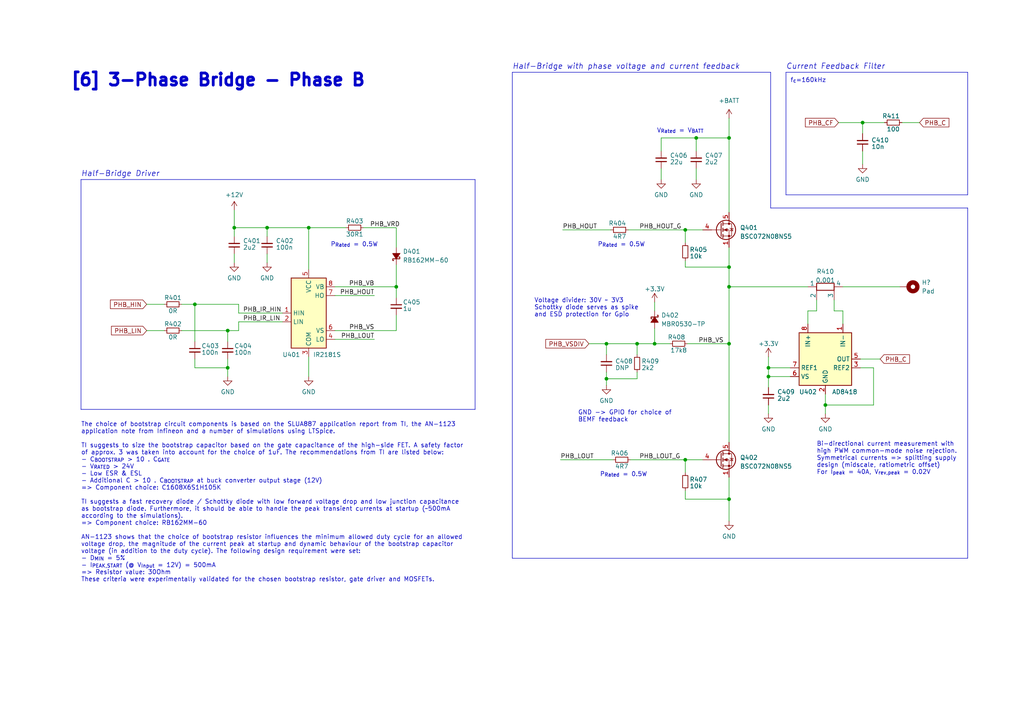
<source format=kicad_sch>
(kicad_sch (version 20230121) (generator eeschema)
  (paper "A4")
  (title_block (title "3-Phase Bridge - Phase B") (date "2023-11-24") (rev "1.0"))
  (lib_symbols
    (symbol "Amplifier_Current:AD8418"
      (property "Reference" "U" (at -7.62 10.795 0))
      (property "Value" "AD8418" (at -7.62 8.89 0))
      (symbol "AD8418_0_1"
        (rectangle (start -7.62 7.62) (end 7.62 -7.62) (stroke (width 0.254)) (fill (type background)))
      )
      (symbol "AD8418_1_1"
        (pin input line (at 5.08 10.16 270) (length 2.54) (name "IN-") (number "1"))
        (pin power_in line (at 0 -10.16 90) (length 2.54) (name "GND") (number "2"))
        (pin input line (at 10.16 -2.54 180) (length 2.54) (name "REF2") (number "3"))
        (pin no_connect line (at 2.54 -7.62 90) (length 2.54) hide (name "NC") (number "4"))
        (pin output line (at 10.16 0 180) (length 2.54) (name "OUT") (number "5"))
        (pin power_in line (at -10.16 -5.08 0) (length 2.54) (name "VS") (number "6"))
        (pin input line (at -10.16 -2.54 0) (length 2.54) (name "REF1") (number "7"))
        (pin input line (at -5.08 10.16 270) (length 2.54) (name "IN+") (number "8"))
      )
    )
    (symbol "Device:C_Small" (pin_numbers hide) (pin_names (offset 0.254) hide)
      (property "Reference" "C" (at 0.254 1.778 0))
      (property "Value" "C_Small" (at 0.254 -2.032 0))
      (symbol "C_Small_0_1"
        (polyline (pts (xy -1.524 -0.508) (xy 1.524 -0.508)) (stroke (width 0.3302)))
        (polyline (pts (xy -1.524 0.508) (xy 1.524 0.508)) (stroke (width 0.3048)))
      )
      (symbol "C_Small_1_1"
        (pin passive line (at 0 2.54 270) (length 2.032) (name "~") (number "1"))
        (pin passive line (at 0 -2.54 90) (length 2.032) (name "~") (number "2"))
      )
    )
    (symbol "Device:D_Schottky_Small_Filled" (pin_numbers hide) (pin_names (offset 0.254) hide)
      (property "Reference" "D" (at -1.27 2.032 0))
      (property "Value" "D_Schottky_Small_Filled" (at -7.112 -2.032 0))
      (symbol "D_Schottky_Small_Filled_0_1"
        (polyline (pts (xy -0.762 0) (xy 0.762 0)))
        (polyline (pts (xy 0.762 -1.016) (xy -0.762 0) (xy 0.762 1.016) (xy 0.762 -1.016)) (stroke (width 0.254)) (fill (type outline)))
        (polyline (pts (xy -1.27 0.762) (xy -1.27 1.016) (xy -0.762 1.016) (xy -0.762 -1.016) (xy -0.254 -1.016) (xy -0.254 -0.762)) (stroke (width 0.254)))
      )
      (symbol "D_Schottky_Small_Filled_1_1"
        (pin passive line (at -2.54 0 0) (length 1.778) (name "K") (number "1"))
        (pin passive line (at 2.54 0 180) (length 1.778) (name "A") (number "2"))
      )
    )
    (symbol "Device:R_Shunt" (pin_numbers hide) (pin_names (offset 0))
      (property "Reference" "R" (at -4.445 0 90))
      (property "Value" "R_Shunt" (at -2.54 0 90))
      (symbol "R_Shunt_0_1"
        (rectangle (start -1.016 -2.54) (end 1.016 2.54) (stroke (width 0.254)))
        (polyline (pts (xy 0 -2.54) (xy 1.27 -2.54)))
        (polyline (pts (xy 1.27 2.54) (xy 0 2.54)))
      )
      (symbol "R_Shunt_1_1"
        (pin passive line (at 0 5.08 270) (length 2.54) (name "1") (number "1"))
        (pin passive line (at 3.81 2.54 180) (length 2.54) (name "2") (number "2"))
        (pin passive line (at 3.81 -2.54 180) (length 2.54) (name "3") (number "3"))
        (pin passive line (at 0 -5.08 90) (length 2.54) (name "4") (number "4"))
      )
    )
    (symbol "Device:R_Small" (pin_numbers hide) (pin_names (offset 0.254) hide)
      (property "Reference" "R" (at 0.762 0.508 0))
      (property "Value" "R_Small" (at 0.762 -1.016 0))
      (symbol "R_Small_0_1"
        (rectangle (start -0.762 1.778) (end 0.762 -1.778) (stroke (width 0.2032)))
      )
      (symbol "R_Small_1_1"
        (pin passive line (at 0 2.54 270) (length 0.762) (name "~") (number "1"))
        (pin passive line (at 0 -2.54 90) (length 0.762) (name "~") (number "2"))
      )
    )
    (symbol "Driver_FET:IR2181"
      (property "Reference" "U" (at 1.27 13.335 0))
      (property "Value" "IR2181" (at 1.27 11.43 0))
      (symbol "IR2181_0_1"
        (rectangle (start -5.08 -10.16) (end 5.08 10.16) (stroke (width 0.254)) (fill (type background)))
      )
      (symbol "IR2181_1_1"
        (pin input line (at -7.62 0 0) (length 2.54) (name "HIN") (number "1"))
        (pin input line (at -7.62 -2.54 0) (length 2.54) (name "LIN") (number "2"))
        (pin power_in line (at 0 -12.7 90) (length 2.54) (name "COM") (number "3"))
        (pin output line (at 7.62 -7.62 180) (length 2.54) (name "LO") (number "4"))
        (pin power_in line (at 0 12.7 270) (length 2.54) (name "VCC") (number "5"))
        (pin passive line (at 7.62 -5.08 180) (length 2.54) (name "VS") (number "6"))
        (pin output line (at 7.62 5.08 180) (length 2.54) (name "HO") (number "7"))
        (pin passive line (at 7.62 7.62 180) (length 2.54) (name "VB") (number "8"))
      )
    )
    (symbol "Mechanical:MountingHole_Pad" (pin_numbers hide) (pin_names (offset 1.016) hide)
      (property "Reference" "H" (at 0 6.35 0))
      (property "Value" "MountingHole_Pad" (at 0 4.445 0))
      (symbol "MountingHole_Pad_0_1"
        (circle (center 0 1.27) (radius 1.27) (stroke (width 1.27)))
      )
      (symbol "MountingHole_Pad_1_1"
        (pin input line (at 0 -2.54 90) (length 2.54) (name "1") (number "1"))
      )
    )
    (symbol "Transistor_FET:BSC072N08NS5" (pin_names hide)
      (property "Reference" "Q" (at 5.08 1.905 0))
      (property "Value" "BSC072N08NS5" (at 5.08 0 0))
      (symbol "BSC072N08NS5_0_1"
        (polyline (pts (xy 0.254 0) (xy -2.54 0)))
        (polyline (pts (xy 0.254 1.905) (xy 0.254 -1.905)) (stroke (width 0.254)))
        (polyline (pts (xy 0.762 -1.27) (xy 0.762 -2.286)) (stroke (width 0.254)))
        (polyline (pts (xy 0.762 0.508) (xy 0.762 -0.508)) (stroke (width 0.254)))
        (polyline (pts (xy 0.762 2.286) (xy 0.762 1.27)) (stroke (width 0.254)))
        (polyline (pts (xy 2.54 2.54) (xy 2.54 1.778)))
        (polyline (pts (xy 2.54 -2.54) (xy 2.54 0) (xy 0.762 0)))
        (polyline (pts (xy 0.762 -1.778) (xy 3.302 -1.778) (xy 3.302 1.778) (xy 0.762 1.778)))
        (polyline (pts (xy 1.016 0) (xy 2.032 0.381) (xy 2.032 -0.381) (xy 1.016 0)) (fill (type outline)))
        (polyline (pts (xy 2.794 0.508) (xy 2.921 0.381) (xy 3.683 0.381) (xy 3.81 0.254)))
        (polyline (pts (xy 3.302 0.381) (xy 2.921 -0.254) (xy 3.683 -0.254) (xy 3.302 0.381)))
        (circle (center 1.651 0) (radius 2.794) (stroke (width 0.254)))
        (circle (center 2.54 -1.778) (radius 0.254) (fill (type outline)))
        (circle (center 2.54 1.778) (radius 0.254) (fill (type outline)))
      )
      (symbol "BSC072N08NS5_1_1"
        (pin passive line (at 2.54 -5.08 90) (length 2.54) (name "S") (number "1"))
        (pin passive line (at 2.54 -5.08 90) (length 2.54) hide (name "S") (number "2"))
        (pin passive line (at 2.54 -5.08 90) (length 2.54) hide (name "S") (number "3"))
        (pin passive line (at -5.08 0 0) (length 2.54) (name "G") (number "4"))
        (pin passive line (at 2.54 5.08 270) (length 2.54) (name "D") (number "5"))
      )
    )
    (symbol "power:+12V" (power) (pin_names (offset 0))
      (property "Value" "+12V" (at 0 3.556 0))
      (symbol "+12V_0_1"
        (polyline (pts (xy -0.762 1.27) (xy 0 2.54)))
        (polyline (pts (xy 0 0) (xy 0 2.54)))
        (polyline (pts (xy 0 2.54) (xy 0.762 1.27)))
      )
      (symbol "+12V_1_1"
        (pin power_in line (at 0 0 90) (length 0) hide (name "+12V") (number "1"))
      )
    )
    (symbol "power:+3.3V" (power) (pin_names (offset 0))
      (property "Value" "+3.3V" (at 0 3.556 0))
      (symbol "+3.3V_0_1"
        (polyline (pts (xy -0.762 1.27) (xy 0 2.54)))
        (polyline (pts (xy 0 0) (xy 0 2.54)))
        (polyline (pts (xy 0 2.54) (xy 0.762 1.27)))
      )
      (symbol "+3.3V_1_1"
        (pin power_in line (at 0 0 90) (length 0) hide (name "+3.3V") (number "1"))
      )
    )
    (symbol "power:+BATT" (power) (pin_names (offset 0))
      (property "Value" "+BATT" (at 0 3.556 0))
      (symbol "+BATT_0_1"
        (polyline (pts (xy -0.762 1.27) (xy 0 2.54)))
        (polyline (pts (xy 0 0) (xy 0 2.54)))
        (polyline (pts (xy 0 2.54) (xy 0.762 1.27)))
      )
      (symbol "+BATT_1_1"
        (pin power_in line (at 0 0 90) (length 0) hide (name "+BATT") (number "1"))
      )
    )
    (symbol "power:GND" (power) (pin_names (offset 0))
      (property "Value" "GND" (at 0 -3.81 0))
      (symbol "GND_0_1"
        (polyline (pts (xy 0 0) (xy 0 -1.27) (xy 1.27 -1.27) (xy 0 -2.54) (xy -1.27 -1.27) (xy 0 -1.27)))
      )
      (symbol "GND_1_1"
        (pin power_in line (at 0 0 270) (length 0) hide (name "GND") (number "1"))
      )
    )
  )
  (junction (at 189.865 99.695))
  (junction (at 211.455 99.695))
  (junction (at 222.885 109.22))
  (junction (at 66.04 106.68))
  (junction (at 198.755 133.35))
  (junction (at 56.515 88.265))
  (junction (at 114.935 83.185))
  (junction (at 211.455 83.185))
  (junction (at 66.04 95.885))
  (junction (at 89.535 66.04))
  (junction (at 211.455 40.005))
  (junction (at 222.885 106.68))
  (junction (at 175.895 99.695))
  (junction (at 184.785 99.695))
  (junction (at 239.395 117.475))
  (junction (at 77.47 66.04))
  (junction (at 211.455 144.78))
  (junction (at 175.895 109.855))
  (junction (at 250.19 35.56))
  (junction (at 198.755 66.675))
  (junction (at 211.455 77.47))
  (junction (at 67.945 66.04))
  (junction (at 201.93 40.005))
  (wire (pts (xy 236.855 90.17) (xy 236.855 86.995)))
  (wire (pts (xy 42.545 95.885) (xy 47.625 95.885)))
  (wire (pts (xy 198.755 133.35) (xy 198.755 137.16)))
  (polyline (pts (xy 137.795 52.07) (xy 23.495 52.07)))
  (wire (pts (xy 250.19 38.735) (xy 250.19 35.56)))
  (polyline (pts (xy 280.67 161.925) (xy 148.59 161.925)))
  (wire (pts (xy 222.885 106.68) (xy 229.235 106.68)))
  (wire (pts (xy 211.455 34.29) (xy 211.455 40.005)))
  (wire (pts (xy 163.195 66.675) (xy 177.165 66.675)))
  (wire (pts (xy 198.755 133.35) (xy 203.835 133.35)))
  (wire (pts (xy 105.41 66.04) (xy 114.935 66.04)))
  (polyline (pts (xy 227.965 20.955) (xy 227.965 56.515)))
  (wire (pts (xy 114.935 83.185) (xy 114.935 86.36)))
  (wire (pts (xy 114.935 76.835) (xy 114.935 83.185)))
  (wire (pts (xy 42.545 88.265) (xy 47.625 88.265)))
  (wire (pts (xy 211.455 144.78) (xy 211.455 138.43)))
  (polyline (pts (xy 23.495 52.07) (xy 23.495 118.745)))
  (wire (pts (xy 241.935 86.995) (xy 241.935 90.17)))
  (wire (pts (xy 191.77 48.895) (xy 191.77 52.07)))
  (wire (pts (xy 77.47 66.04) (xy 89.535 66.04)))
  (wire (pts (xy 77.47 66.04) (xy 77.47 68.58)))
  (wire (pts (xy 211.455 40.005) (xy 211.455 61.595)))
  (wire (pts (xy 249.555 104.14) (xy 255.27 104.14)))
  (polyline (pts (xy 137.795 118.745) (xy 137.795 52.07)))
  (wire (pts (xy 211.455 99.695) (xy 211.455 128.27)))
  (wire (pts (xy 97.155 83.185) (xy 114.935 83.185)))
  (wire (pts (xy 211.455 71.755) (xy 211.455 77.47)))
  (wire (pts (xy 198.755 75.565) (xy 198.755 77.47)))
  (wire (pts (xy 175.895 99.695) (xy 184.785 99.695)))
  (wire (pts (xy 175.895 107.95) (xy 175.895 109.855)))
  (wire (pts (xy 162.56 133.35) (xy 177.8 133.35)))
  (wire (pts (xy 198.755 66.675) (xy 198.755 70.485)))
  (wire (pts (xy 189.865 95.25) (xy 189.865 99.695)))
  (wire (pts (xy 66.04 95.885) (xy 66.04 99.06)))
  (wire (pts (xy 67.945 73.66) (xy 67.945 76.2)))
  (wire (pts (xy 97.155 95.885) (xy 114.935 95.885)))
  (wire (pts (xy 175.895 102.87) (xy 175.895 99.695)))
  (wire (pts (xy 250.19 35.56) (xy 256.54 35.56)))
  (wire (pts (xy 175.895 109.855) (xy 184.785 109.855)))
  (wire (pts (xy 67.945 66.04) (xy 67.945 68.58)))
  (wire (pts (xy 114.935 95.885) (xy 114.935 91.44)))
  (wire (pts (xy 199.39 99.695) (xy 211.455 99.695)))
  (wire (pts (xy 198.755 144.78) (xy 211.455 144.78)))
  (wire (pts (xy 211.455 83.185) (xy 234.315 83.185)))
  (wire (pts (xy 201.93 40.005) (xy 211.455 40.005)))
  (wire (pts (xy 191.77 43.815) (xy 191.77 40.005)))
  (wire (pts (xy 241.935 90.17) (xy 244.475 90.17)))
  (wire (pts (xy 77.47 73.66) (xy 77.47 76.2)))
  (wire (pts (xy 234.315 90.17) (xy 236.855 90.17)))
  (polyline (pts (xy 223.52 60.325) (xy 223.52 20.955)))
  (polyline (pts (xy 227.965 56.515) (xy 280.67 56.515)))
  (wire (pts (xy 89.535 66.04) (xy 89.535 78.105)))
  (wire (pts (xy 243.205 35.56) (xy 250.19 35.56)))
  (wire (pts (xy 234.315 93.98) (xy 234.315 90.17)))
  (wire (pts (xy 198.755 66.675) (xy 203.835 66.675)))
  (wire (pts (xy 182.88 133.35) (xy 198.755 133.35)))
  (wire (pts (xy 191.77 40.005) (xy 201.93 40.005)))
  (wire (pts (xy 198.755 142.24) (xy 198.755 144.78)))
  (wire (pts (xy 69.215 90.805) (xy 81.915 90.805)))
  (wire (pts (xy 52.705 95.885) (xy 66.04 95.885)))
  (polyline (pts (xy 148.59 20.955) (xy 148.59 161.925)))
  (wire (pts (xy 184.785 99.695) (xy 189.865 99.695)))
  (wire (pts (xy 222.885 109.22) (xy 222.885 106.68)))
  (wire (pts (xy 66.04 95.885) (xy 69.215 95.885)))
  (polyline (pts (xy 23.495 118.745) (xy 137.795 118.745)))
  (wire (pts (xy 222.885 109.22) (xy 222.885 112.395)))
  (polyline (pts (xy 280.67 56.515) (xy 280.67 20.955)))
  (wire (pts (xy 229.235 109.22) (xy 222.885 109.22)))
  (wire (pts (xy 89.535 103.505) (xy 89.535 109.22)))
  (wire (pts (xy 69.215 88.265) (xy 69.215 90.805)))
  (wire (pts (xy 69.215 93.345) (xy 69.215 95.885)))
  (wire (pts (xy 56.515 104.14) (xy 56.515 106.68)))
  (wire (pts (xy 56.515 88.265) (xy 69.215 88.265)))
  (wire (pts (xy 222.885 103.505) (xy 222.885 106.68)))
  (wire (pts (xy 239.395 117.475) (xy 253.365 117.475)))
  (wire (pts (xy 253.365 106.68) (xy 253.365 117.475)))
  (wire (pts (xy 175.895 109.855) (xy 175.895 111.76)))
  (wire (pts (xy 201.93 40.005) (xy 201.93 43.815)))
  (wire (pts (xy 189.865 99.695) (xy 194.31 99.695)))
  (wire (pts (xy 184.785 99.695) (xy 184.785 102.87)))
  (wire (pts (xy 222.885 117.475) (xy 222.885 120.015)))
  (wire (pts (xy 201.93 48.895) (xy 201.93 52.07)))
  (wire (pts (xy 184.785 107.95) (xy 184.785 109.855)))
  (polyline (pts (xy 280.67 20.955) (xy 227.965 20.955)))
  (polyline (pts (xy 280.67 161.925) (xy 280.67 60.325)))
  (wire (pts (xy 69.215 93.345) (xy 81.915 93.345)))
  (wire (pts (xy 198.755 77.47) (xy 211.455 77.47)))
  (wire (pts (xy 67.945 60.96) (xy 67.945 66.04)))
  (wire (pts (xy 211.455 144.78) (xy 211.455 151.13)))
  (wire (pts (xy 211.455 83.185) (xy 211.455 99.695)))
  (wire (pts (xy 249.555 106.68) (xy 253.365 106.68)))
  (wire (pts (xy 250.19 43.815) (xy 250.19 47.625)))
  (wire (pts (xy 67.945 66.04) (xy 77.47 66.04)))
  (wire (pts (xy 261.62 35.56) (xy 266.7 35.56)))
  (wire (pts (xy 66.04 104.14) (xy 66.04 106.68)))
  (wire (pts (xy 170.815 99.695) (xy 175.895 99.695)))
  (wire (pts (xy 56.515 106.68) (xy 66.04 106.68)))
  (wire (pts (xy 89.535 66.04) (xy 100.33 66.04)))
  (wire (pts (xy 66.04 106.68) (xy 66.04 109.22)))
  (wire (pts (xy 52.705 88.265) (xy 56.515 88.265)))
  (wire (pts (xy 97.155 85.725) (xy 108.585 85.725)))
  (wire (pts (xy 239.395 117.475) (xy 239.395 120.015)))
  (wire (pts (xy 182.245 66.675) (xy 198.755 66.675)))
  (wire (pts (xy 239.395 114.3) (xy 239.395 117.475)))
  (wire (pts (xy 244.475 83.185) (xy 260.985 83.185)))
  (wire (pts (xy 189.865 87.63) (xy 189.865 90.17)))
  (wire (pts (xy 244.475 90.17) (xy 244.475 93.98)))
  (polyline (pts (xy 223.52 20.955) (xy 148.59 20.955)))
  (wire (pts (xy 97.155 98.425) (xy 108.585 98.425)))
  (wire (pts (xy 211.455 77.47) (xy 211.455 83.185)))
  (wire (pts (xy 114.935 66.04) (xy 114.935 71.755)))
  (polyline (pts (xy 280.67 60.325) (xy 223.52 60.325)))
  (wire (pts (xy 56.515 88.265) (xy 56.515 99.06)))
  (text "Current Feedback Filter" (at 227.965 20.32 0) (effects (font (size 1.6 1.6) italic) (justify left bottom)))
  (text "The choice of bootstrap circuit components is based on the SLUA887 application report from TI, the AN-1123 \napplication note from Infineon and a number of simulations using LTSpice.\n\nTI suggests to size the bootstrap capacitor based on the gate capacitance of the high-side FET. A safety factor\nof approx. 3 was taken into account for the choice of 1uF. The recommendations from TI are listed below:\n- C_{BOOTSTRAP} > 10 . C_{GATE}\n- V_{RATED} > 24V\n- Low ESR & ESL\n- Additional C > 10 . C_{BOOTSTRAP} at buck converter output stage (12V)\n=> Component choice: C1608X6S1H105K\n\nTI suggests a fast recovery diode / Schottky diode with low forward voltage drop and low junction capacitance\nas bootstrap diode. Furthermore, it should be able to handle the peak transient currents at startup (~500mA\naccording to the simulations).\n=> Component choice: RB162MM-60\n\nAN-1123 shows that the choice of bootstrap resistor influences the minimum allowed duty cycle for an allowed\nvoltage drop, the magnitude of the current peak at startup and dynamic behaviour of the bootstrap capacitor\nvoltage (in addition to the duty cycle). The following design requirement were set:\n- D_{MIN} = 5%\n- I_{PEAK,START} (@ V_{Input} = 12V) = 500mA\n=> Resistor value: 30Ohm\nThese criteria were experimentally validated for the chosen bootstrap resistor, gate driver and MOSFETs." (at 23.495 168.91 0) (effects (font (size 1.27 1.27)) (justify left bottom)))
  (text "Voltage divider: 30V ~ 3V3\nSchottky diode serves as spike\nand ESD protection for Gpio" (at 154.94 92.075 0) (effects (font (size 1.27 1.27)) (justify left bottom)))
  (text "P_{Rated} = 0.5W\n" (at 173.99 138.43 0) (effects (font (size 1.27 1.27)) (justify left bottom)))
  (text "P_{Rated} = 0.5W\n" (at 173.355 71.755 0) (effects (font (size 1.27 1.27)) (justify left bottom)))
  (text "V_{Rated} = V_{BATT}" (at 190.5 38.735 0) (effects (font (size 1.27 1.27)) (justify left bottom)))
  (text "Half-Bridge with phase voltage and current feedback" (at 148.59 20.32 0) (effects (font (size 1.6 1.6) italic) (justify left bottom)))
  (text "P_{Rated} = 0.5W\n" (at 95.885 71.755 0) (effects (font (size 1.27 1.27)) (justify left bottom)))
  (text "f_{c}=160kHz" (at 229.235 24.13 0) (effects (font (size 1.27 1.27)) (justify left bottom)))
  (text "GND -> GPIO for choice of\nBEMF feedback" (at 167.64 122.555 0) (effects (font (size 1.27 1.27)) (justify left bottom)))
  (text "[6] 3-Phase Bridge - Phase B" (at 20.32 25.4 0) (effects (font (size 3.5 3.5) (thickness 0.8) bold) (justify left bottom)))
  (text "Bi-directional current measurement with\nhigh PWM common-mode noise rejection.\nSymmetrical currents => splitting supply\ndesign (midscale, ratiometric offset)\nFor I_{peak} = 40A, V_{rev,peak} = 0.02V" (at 236.855 137.795 0) (effects (font (size 1.27 1.27)) (justify left bottom)))
  (text "Half-Bridge Driver" (at 23.495 51.435 0) (effects (font (size 1.6 1.6) italic) (justify left bottom)))
  (label "PHB_VS" (at 202.565 99.695 0))
  (label "PHB_LOUT_G" (at 185.42 133.35 0))
  (label "PHB_LOUT" (at 108.585 98.425 180))
  (label "PHB_IR_LIN" (at 70.485 93.345 0))
  (label "PHB_VS" (at 108.585 95.885 180))
  (label "PHB_HOUT" (at 108.585 85.725 180))
  (label "PHB_HOUT_G" (at 185.42 66.675 0))
  (label "PHB_LOUT" (at 162.56 133.35 0))
  (label "PHB_VB" (at 108.585 83.185 180))
  (label "PHB_HOUT" (at 163.195 66.675 0))
  (label "PHB_IR_HIN" (at 70.485 90.805 0))
  (label "PHB_VRD" (at 107.315 66.04 0))
  (global_label "PHB_C" (shape input) (at 255.27 104.14 0) (property "Intersheetrefs" "${INTERSHEET_REFS}" (effects hide)))
  (global_label "PHB_C" (shape input) (at 266.7 35.56 0) (property "Intersheetrefs" "${INTERSHEET_REFS}" (effects hide)))
  (global_label "PHB_HIN" (shape input) (at 42.545 88.265 180) (property "Intersheetrefs" "${INTERSHEET_REFS}" (effects hide)))
  (global_label "PHB_LIN" (shape input) (at 42.545 95.885 180) (property "Intersheetrefs" "${INTERSHEET_REFS}" (effects hide)))
  (global_label "PHB_CF" (shape input) (at 243.205 35.56 180) (property "Intersheetrefs" "${INTERSHEET_REFS}" (effects hide)))
  (global_label "PHB_VSDIV" (shape input) (at 170.815 99.695 180) (property "Intersheetrefs" "${INTERSHEET_REFS}" (effects hide)))
  (symbol (lib_id "power:+12V") (at 67.945 60.96 0) (unit 1)
    (property "Reference" "#PWR0124" (effects hide))
    (property "Value" "+12V" (at 67.945 56.515 0))
    (instances (project "ESC_R1" (path "" (reference "#PWR0124") (unit 1)) (path "" (reference "#PWR023") (unit 1)) (path "" (reference "#PWR038") (unit 1))))
  )
  (symbol (lib_id "Device:C_Small") (at 175.895 105.41 180) (unit 1)
    (property "Reference" "C408" (at 178.435 104.775 0) (effects (justify right)))
    (property "Value" "DNP" (at 178.435 106.68 0) (effects (justify right)))
    (property "Footprint" "Capacitor_SMD:C_0402_1005Metric_Pad0.74x0.62mm_HandSolder" (effects hide))
    (instances (project "ESC_R1" (path "" (reference "C408") (unit 1)) (path "" (reference "C608") (unit 1)) (path "" (reference "C17") (unit 1))))
  )
  (symbol (lib_id "power:+BATT") (at 211.455 34.29 0) (unit 1)
    (property "Reference" "#PWR?" (effects hide))
    (property "Value" "+BATT" (at 211.455 29.21 0))
    (instances (project "ESC_R1" (path "" (reference "#PWR?") (unit 1)) (path "" (reference "#PWR031") (unit 1)) (path "" (reference "#PWR046") (unit 1))))
  )
  (symbol (lib_id "Device:D_Schottky_Small_Filled") (at 114.935 74.295 90) (unit 1)
    (property "Reference" "D401" (at 116.84 73.66 90) (effects (justify right top)))
    (property "Value" "RB162MM-60" (at 116.84 76.2 90) (effects (justify right top)))
    (property "Footprint" "Diode_SMD:D_SOD-123F" (effects hide))
    (instances (project "ESC_R1" (path "" (reference "D401") (unit 1)) (path "" (reference "D601") (unit 1)) (path "" (reference "D4") (unit 1))))
  )
  (symbol (lib_id "power:GND") (at 222.885 120.015 0) (unit 1)
    (property "Reference" "#PWR?" (effects hide))
    (property "Value" "GND" (at 222.885 124.46 0))
    (instances (project "ESC_R1" (path "" (reference "#PWR?") (unit 1)) (path "" (reference "#PWR034") (unit 1)) (path "" (reference "#PWR049") (unit 1))))
  )
  (symbol (lib_id "power:GND") (at 201.93 52.07 0) (unit 1)
    (property "Reference" "#PWR?" (effects hide))
    (property "Value" "GND" (at 201.93 56.515 0))
    (instances (project "ESC_R1" (path "" (reference "#PWR?") (unit 1)) (path "" (reference "#PWR030") (unit 1)) (path "" (reference "#PWR045") (unit 1))))
  )
  (symbol (lib_id "power:GND") (at 66.04 109.22 0) (unit 1)
    (property "Reference" "#PWR0123" (effects hide))
    (property "Value" "GND" (at 66.04 113.665 0))
    (instances (project "ESC_R1" (path "" (reference "#PWR0123") (unit 1)) (path "" (reference "#PWR022") (unit 1)) (path "" (reference "#PWR037") (unit 1))))
  )
  (symbol (lib_id "power:+3.3V") (at 222.885 103.505 0) (unit 1)
    (property "Reference" "#PWR?" (effects hide))
    (property "Value" "+3.3V" (at 222.885 99.695 0))
    (instances (project "ESC_R1" (path "" (reference "#PWR?") (unit 1)) (path "" (reference "#PWR033") (unit 1)) (path "" (reference "#PWR048") (unit 1))))
  )
  (symbol (lib_id "Device:C_Small") (at 191.77 46.355 180) (unit 1)
    (property "Reference" "C406" (at 194.31 45.085 0) (effects (justify right)))
    (property "Value" "22u" (at 194.31 46.99 0) (effects (justify right)))
    (property "Footprint" "Capacitor_SMD:C_0603_1608Metric_Pad1.08x0.95mm_HandSolder" (effects hide))
    (instances (project "ESC_R1" (path "" (reference "C406") (unit 1)) (path "" (reference "C606") (unit 1)) (path "" (reference "C18") (unit 1))))
  )
  (symbol (lib_id "Device:C_Small") (at 201.93 46.355 180) (unit 1)
    (property "Reference" "C407" (at 204.47 45.085 0) (effects (justify right)))
    (property "Value" "2u2" (at 204.47 46.99 0) (effects (justify right)))
    (property "Footprint" "Capacitor_SMD:C_0603_1608Metric_Pad1.08x0.95mm_HandSolder" (effects hide))
    (instances (project "ESC_R1" (path "" (reference "C407") (unit 1)) (path "" (reference "C607") (unit 1)) (path "" (reference "C19") (unit 1))))
  )
  (symbol (lib_id "Device:C_Small") (at 250.19 41.275 180) (unit 1)
    (property "Reference" "C410" (at 252.73 40.64 0) (effects (justify right)))
    (property "Value" "10n" (at 252.73 42.545 0) (effects (justify right)))
    (property "Footprint" "Capacitor_SMD:C_0402_1005Metric_Pad0.74x0.62mm_HandSolder" (effects hide))
    (instances (project "ESC_R1" (path "" (reference "C410") (unit 1)) (path "" (reference "C610") (unit 1)) (path "" (reference "C21") (unit 1))))
  )
  (symbol (lib_id "Device:R_Small") (at 50.165 88.265 90) (unit 1)
    (property "Reference" "R401" (at 50.165 86.36 90))
    (property "Value" "0R" (at 50.165 90.17 90))
    (property "Footprint" "Resistor_SMD:R_0402_1005Metric_Pad0.72x0.64mm_HandSolder" (effects hide))
    (instances (project "ESC_R1" (path "" (reference "R401") (unit 1)) (path "" (reference "R601") (unit 1)) (path "" (reference "R14") (unit 1))))
  )
  (symbol (lib_id "Device:R_Small") (at 184.785 105.41 0) (unit 1)
    (property "Reference" "R409" (at 186.055 104.775 0) (effects (justify left)))
    (property "Value" "2k2" (at 186.055 106.68 0) (effects (justify left)))
    (property "Footprint" "Resistor_SMD:R_0402_1005Metric_Pad0.72x0.64mm_HandSolder" (effects hide))
    (instances (project "ESC_R1" (path "" (reference "R409") (unit 1)) (path "" (reference "R609") (unit 1)) (path "" (reference "R19") (unit 1))))
  )
  (symbol (lib_id "power:GND") (at 67.945 76.2 0) (unit 1)
    (property "Reference" "#PWR0121" (effects hide))
    (property "Value" "GND" (at 67.945 80.645 0))
    (instances (project "ESC_R1" (path "" (reference "#PWR0121") (unit 1)) (path "" (reference "#PWR024") (unit 1)) (path "" (reference "#PWR039") (unit 1))))
  )
  (symbol (lib_id "Transistor_FET:BSC072N08NS5") (at 208.915 66.675 0) (unit 1)
    (property "Reference" "Q401" (at 214.63 66.04 0) (effects (justify left)))
    (property "Value" "BSC072N08NS5" (at 214.63 68.58 0) (effects (justify left)))
    (property "Footprint" "Package_TO_SOT_SMD:TDSON-8-1" (effects hide))
    (property "Datasheet" "http://www.infineon.com/dgdl/Infineon-BSC072N08NS5-DS-v02_00-EN.pdf?fileId=5546d4624ad04ef9014ae3d8e8192c7c" (effects hide))
    (instances (project "ESC_R1" (path "" (reference "Q401") (unit 1)) (path "" (reference "Q601") (unit 1)) (path "" (reference "Q3") (unit 1))))
  )
  (symbol (lib_id "Device:C_Small") (at 56.515 101.6 0) (unit 1)
    (property "Reference" "C403" (at 58.42 100.33 0) (effects (justify left)))
    (property "Value" "100n" (at 58.42 102.235 0) (effects (justify left)))
    (property "Footprint" "Capacitor_SMD:C_0402_1005Metric_Pad0.74x0.62mm_HandSolder" (effects hide))
    (instances (project "ESC_R1" (path "" (reference "C403") (unit 1)) (path "" (reference "C603") (unit 1)) (path "" (reference "C12") (unit 1))))
  )
  (symbol (lib_id "power:GND") (at 89.535 109.22 0) (unit 1)
    (property "Reference" "#PWR0122" (effects hide))
    (property "Value" "GND" (at 89.535 113.665 0))
    (instances (project "ESC_R1" (path "" (reference "#PWR0122") (unit 1)) (path "" (reference "#PWR026") (unit 1)) (path "" (reference "#PWR041") (unit 1))))
  )
  (symbol (lib_id "power:GND") (at 239.395 120.015 0) (unit 1)
    (property "Reference" "#PWR?" (effects hide))
    (property "Value" "GND" (at 239.395 124.46 0))
    (instances (project "ESC_R1" (path "" (reference "#PWR?") (unit 1)) (path "" (reference "#PWR035") (unit 1)) (path "" (reference "#PWR050") (unit 1))))
  )
  (symbol (lib_id "power:GND") (at 211.455 151.13 0) (unit 1)
    (property "Reference" "#PWR?" (effects hide))
    (property "Value" "GND" (at 211.455 155.575 0))
    (instances (project "ESC_R1" (path "" (reference "#PWR?") (unit 1)) (path "" (reference "#PWR032") (unit 1)) (path "" (reference "#PWR047") (unit 1))))
  )
  (symbol (lib_id "Device:C_Small") (at 67.945 71.12 180) (unit 1)
    (property "Reference" "C401" (at 70.485 69.85 0) (effects (justify right)))
    (property "Value" "2u2" (at 70.485 71.755 0) (effects (justify right)))
    (property "Footprint" "Capacitor_SMD:C_0603_1608Metric_Pad1.08x0.95mm_HandSolder" (effects hide))
    (instances (project "ESC_R1" (path "" (reference "C401") (unit 1)) (path "" (reference "C601") (unit 1)) (path "" (reference "C14") (unit 1))))
  )
  (symbol (lib_id "Device:R_Small") (at 196.85 99.695 90) (unit 1)
    (property "Reference" "R408" (at 196.215 97.79 90))
    (property "Value" "17k8" (at 196.85 101.6 90))
    (property "Footprint" "Resistor_SMD:R_0402_1005Metric_Pad0.72x0.64mm_HandSolder" (effects hide))
    (instances (project "ESC_R1" (path "" (reference "R408") (unit 1)) (path "" (reference "R608") (unit 1)) (path "" (reference "R20") (unit 1))))
  )
  (symbol (lib_id "Mechanical:MountingHole_Pad") (at 263.525 83.185 270) (unit 1)
    (property "Reference" "H?" (at 267.335 81.9149 90) (effects (justify left)))
    (property "Value" "Pad" (at 267.335 84.455 90) (effects (justify left)))
    (instances (project "ESC_R1" (path "" (reference "H?") (unit 1)) (path "" (reference "H1") (unit 1)) (path "" (reference "H2") (unit 1))))
  )
  (symbol (lib_id "Device:R_Shunt") (at 239.395 83.185 90) (mirror x) (unit 1)
    (property "Reference" "R410" (at 239.395 78.74 90))
    (property "Value" "0.001" (at 239.395 81.28 90))
    (property "Footprint" "Resistor_SMD:R_2512_6332Metric" (effects hide))
    (property "Link" "https://www.digikey.de/en/products/detail/bourns-inc/CSS2H-2512R-1L00F/6023764" (effects hide))
    (instances (project "ESC_R1" (path "" (reference "R410") (unit 1)) (path "" (reference "R610") (unit 1)) (path "" (reference "R23") (unit 1))))
  )
  (symbol (lib_id "power:+3.3V") (at 189.865 87.63 0) (unit 1)
    (property "Reference" "#PWR?" (effects hide))
    (property "Value" "+3.3V" (at 189.865 83.82 0))
    (instances (project "ESC_R1" (path "" (reference "#PWR?") (unit 1)) (path "" (reference "#PWR028") (unit 1)) (path "" (reference "#PWR043") (unit 1))))
  )
  (symbol (lib_id "Driver_FET:IR2181") (at 89.535 90.805 0) (unit 1)
    (property "Reference" "U401" (at 81.915 102.87 0) (effects (justify left)))
    (property "Value" "IR2181S" (at 90.805 102.87 0) (effects (justify left)))
    (property "Footprint" "Package_SO:SOIC-8_3.9x4.9mm_P1.27mm" (effects hide))
    (property "Datasheet" "https://www.infineon.com/dgdl/ir2181.pdf?fileId=5546d462533600a4015355c93cdd16ce" (effects hide))
    (property "Link" "https://www.digikey.de/en/products/detail/infineon-technologies/IR2181SPBF/856520" (effects hide))
    (instances (project "ESC_R1" (path "" (reference "U401") (unit 1)) (path "" (reference "U601") (unit 1)) (path "" (reference "U3") (unit 1))))
  )
  (symbol (lib_id "Device:C_Small") (at 66.04 101.6 0) (unit 1)
    (property "Reference" "C404" (at 67.945 100.33 0) (effects (justify left)))
    (property "Value" "100n" (at 67.945 102.235 0) (effects (justify left)))
    (property "Footprint" "Capacitor_SMD:C_0402_1005Metric_Pad0.74x0.62mm_HandSolder" (effects hide))
    (instances (project "ESC_R1" (path "" (reference "C404") (unit 1)) (path "" (reference "C604") (unit 1)) (path "" (reference "C13") (unit 1))))
  )
  (symbol (lib_id "Device:R_Small") (at 259.08 35.56 90) (unit 1)
    (property "Reference" "R411" (at 258.445 33.655 90))
    (property "Value" "100" (at 259.08 37.465 90))
    (property "Footprint" "Resistor_SMD:R_0603_1608Metric_Pad0.98x0.95mm_HandSolder" (effects hide))
    (instances (project "ESC_R1" (path "" (reference "R411") (unit 1)) (path "" (reference "R611") (unit 1)) (path "" (reference "R24") (unit 1))))
  )
  (symbol (lib_id "Device:C_Small") (at 222.885 114.935 180) (unit 1)
    (property "Reference" "C409" (at 225.425 113.665 0) (effects (justify right)))
    (property "Value" "2u2" (at 225.425 115.57 0) (effects (justify right)))
    (property "Footprint" "Capacitor_SMD:C_0603_1608Metric_Pad1.08x0.95mm_HandSolder" (effects hide))
    (instances (project "ESC_R1" (path "" (reference "C409") (unit 1)) (path "" (reference "C609") (unit 1)) (path "" (reference "C20") (unit 1))))
  )
  (symbol (lib_id "power:GND") (at 191.77 52.07 0) (unit 1)
    (property "Reference" "#PWR?" (effects hide))
    (property "Value" "GND" (at 191.77 56.515 0))
    (instances (project "ESC_R1" (path "" (reference "#PWR?") (unit 1)) (path "" (reference "#PWR029") (unit 1)) (path "" (reference "#PWR044") (unit 1))))
  )
  (symbol (lib_id "power:GND") (at 77.47 76.2 0) (unit 1)
    (property "Reference" "#PWR0120" (effects hide))
    (property "Value" "GND" (at 77.47 80.645 0))
    (instances (project "ESC_R1" (path "" (reference "#PWR0120") (unit 1)) (path "" (reference "#PWR025") (unit 1)) (path "" (reference "#PWR040") (unit 1))))
  )
  (symbol (lib_id "power:GND") (at 175.895 111.76 0) (unit 1)
    (property "Reference" "#PWR?" (effects hide))
    (property "Value" "GND" (at 175.895 116.205 0))
    (instances (project "ESC_R1" (path "" (reference "#PWR?") (unit 1)) (path "" (reference "#PWR027") (unit 1)) (path "" (reference "#PWR042") (unit 1))))
  )
  (symbol (lib_id "Device:R_Small") (at 198.755 73.025 180) (unit 1)
    (property "Reference" "R405" (at 200.025 72.39 0) (effects (justify right)))
    (property "Value" "10k" (at 200.025 74.295 0) (effects (justify right)))
    (property "Footprint" "Resistor_SMD:R_0603_1608Metric_Pad0.98x0.95mm_HandSolder" (effects hide))
    (instances (project "ESC_R1" (path "" (reference "R405") (unit 1)) (path "" (reference "R605") (unit 1)) (path "" (reference "R21") (unit 1))))
  )
  (symbol (lib_id "power:GND") (at 250.19 47.625 0) (unit 1)
    (property "Reference" "#PWR?" (effects hide))
    (property "Value" "GND" (at 250.19 52.07 0))
    (instances (project "ESC_R1" (path "" (reference "#PWR?") (unit 1)) (path "" (reference "#PWR036") (unit 1)) (path "" (reference "#PWR051") (unit 1))))
  )
  (symbol (lib_id "Device:C_Small") (at 77.47 71.12 180) (unit 1)
    (property "Reference" "C402" (at 80.01 69.85 0) (effects (justify right)))
    (property "Value" "100n" (at 80.01 71.755 0) (effects (justify right)))
    (property "Footprint" "Capacitor_SMD:C_0402_1005Metric_Pad0.74x0.62mm_HandSolder" (effects hide))
    (instances (project "ESC_R1" (path "" (reference "C402") (unit 1)) (path "" (reference "C602") (unit 1)) (path "" (reference "C15") (unit 1))))
  )
  (symbol (lib_id "Device:R_Small") (at 180.34 133.35 90) (unit 1)
    (property "Reference" "R406" (at 179.705 131.445 90))
    (property "Value" "4R7" (at 180.34 135.255 90))
    (property "Footprint" "Resistor_SMD:R_0603_1608Metric_Pad0.98x0.95mm_HandSolder" (effects hide))
    (instances (project "ESC_R1" (path "" (reference "R406") (unit 1)) (path "" (reference "R606") (unit 1)) (path "" (reference "R18") (unit 1))))
  )
  (symbol (lib_id "Transistor_FET:BSC072N08NS5") (at 208.915 133.35 0) (unit 1)
    (property "Reference" "Q402" (at 214.63 132.715 0) (effects (justify left)))
    (property "Value" "BSC072N08NS5" (at 214.63 135.255 0) (effects (justify left)))
    (property "Footprint" "Package_TO_SOT_SMD:TDSON-8-1" (effects hide))
    (property "Datasheet" "http://www.infineon.com/dgdl/Infineon-BSC072N08NS5-DS-v02_00-EN.pdf?fileId=5546d4624ad04ef9014ae3d8e8192c7c" (effects hide))
    (instances (project "ESC_R1" (path "" (reference "Q402") (unit 1)) (path "" (reference "Q602") (unit 1)) (path "" (reference "Q4") (unit 1))))
  )
  (symbol (lib_id "Device:D_Schottky_Small_Filled") (at 189.865 92.71 270) (unit 1)
    (property "Reference" "D402" (at 191.77 91.44 90) (effects (justify left)))
    (property "Value" "MBR0530-TP" (at 191.77 93.98 90) (effects (justify left)))
    (property "Footprint" "Diode_SMD:D_SOD-123" (effects hide))
    (instances (project "ESC_R1" (path "" (reference "D402") (unit 1)) (path "" (reference "D3") (unit 1)) (path "" (reference "D5") (unit 1))))
  )
  (symbol (lib_id "Device:C_Small") (at 114.935 88.9 0) (unit 1)
    (property "Reference" "C405" (at 116.84 87.63 0) (effects (justify left)))
    (property "Value" "1u" (at 116.84 89.535 0) (effects (justify left)))
    (property "Footprint" "Capacitor_SMD:C_0603_1608Metric_Pad1.08x0.95mm_HandSolder" (effects hide))
    (instances (project "ESC_R1" (path "" (reference "C405") (unit 1)) (path "" (reference "C605") (unit 1)) (path "" (reference "C16") (unit 1))))
  )
  (symbol (lib_id "Device:R_Small") (at 102.87 66.04 90) (unit 1)
    (property "Reference" "R403" (at 102.87 64.135 90))
    (property "Value" "30R1" (at 102.87 67.945 90))
    (property "Footprint" "Resistor_SMD:R_0603_1608Metric_Pad0.98x0.95mm_HandSolder" (effects hide))
    (instances (project "ESC_R1" (path "" (reference "R403") (unit 1)) (path "" (reference "R603") (unit 1)) (path "" (reference "R16") (unit 1))))
  )
  (symbol (lib_id "Device:R_Small") (at 50.165 95.885 90) (unit 1)
    (property "Reference" "R402" (at 50.165 93.98 90))
    (property "Value" "0R" (at 50.165 97.79 90))
    (property "Footprint" "Resistor_SMD:R_0402_1005Metric_Pad0.72x0.64mm_HandSolder" (effects hide))
    (instances (project "ESC_R1" (path "" (reference "R402") (unit 1)) (path "" (reference "R602") (unit 1)) (path "" (reference "R15") (unit 1))))
  )
  (symbol (lib_id "Amplifier_Current:AD8418") (at 239.395 104.14 0) (unit 1)
    (property "Reference" "U402" (at 231.775 113.665 0) (effects (justify left)))
    (property "Value" "AD8418" (at 241.3 113.665 0) (effects (justify left)))
    (property "Footprint" "Package_SO:SOIC-8_3.9x4.9mm_P1.27mm" (effects hide))
    (property "Datasheet" "https://www.analog.com/media/en/technical-documentation/data-sheets/AD8418.pdf" (effects hide))
    (instances (project "ESC_R1" (path "" (reference "U402") (unit 1)) (path "" (reference "U602") (unit 1)) (path "" (reference "U4") (unit 1))))
  )
  (symbol (lib_id "Device:R_Small") (at 198.755 139.7 180) (unit 1)
    (property "Reference" "R407" (at 200.025 139.065 0) (effects (justify right)))
    (property "Value" "10k" (at 200.025 140.97 0) (effects (justify right)))
    (property "Footprint" "Resistor_SMD:R_0603_1608Metric_Pad0.98x0.95mm_HandSolder" (effects hide))
    (instances (project "ESC_R1" (path "" (reference "R407") (unit 1)) (path "" (reference "R607") (unit 1)) (path "" (reference "R22") (unit 1))))
  )
  (symbol (lib_id "Device:R_Small") (at 179.705 66.675 90) (unit 1)
    (property "Reference" "R404" (at 179.07 64.77 90))
    (property "Value" "4R7" (at 179.705 68.58 90))
    (property "Footprint" "Resistor_SMD:R_0603_1608Metric_Pad0.98x0.95mm_HandSolder" (effects hide))
    (instances (project "ESC_R1" (path "" (reference "R404") (unit 1)) (path "" (reference "R604") (unit 1)) (path "" (reference "R17") (unit 1))))
  )
)
</source>
